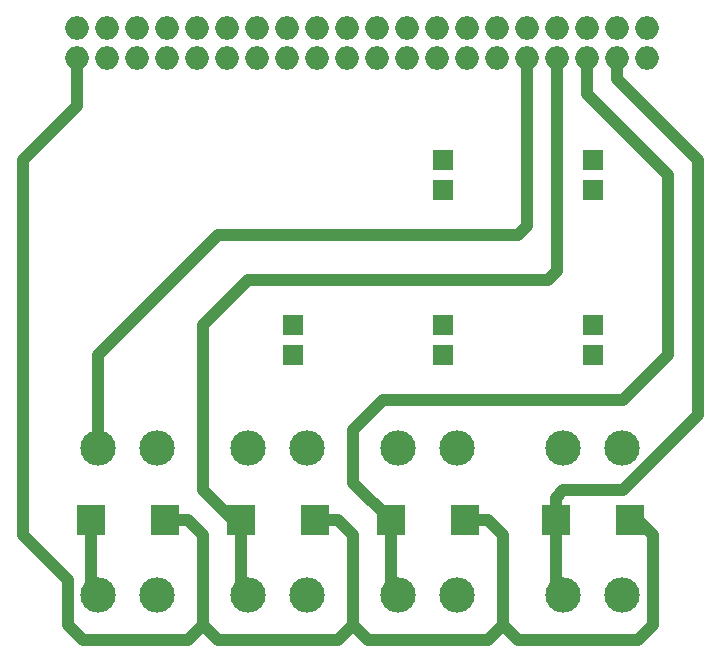
<source format=gbr>
G04 #@! TF.FileFunction,Copper,L2,Bot,Signal*
%FSLAX46Y46*%
G04 Gerber Fmt 4.6, Leading zero omitted, Abs format (unit mm)*
G04 Created by KiCad (PCBNEW 4.0.7) date 01/22/18 00:42:11*
%MOMM*%
%LPD*%
G01*
G04 APERTURE LIST*
%ADD10C,0.100000*%
%ADD11O,2.000000X2.000000*%
%ADD12R,1.800000X1.800000*%
%ADD13R,2.400000X2.500000*%
%ADD14O,3.000000X3.000000*%
%ADD15C,1.000000*%
G04 APERTURE END LIST*
D10*
D11*
X60440000Y-53530000D03*
X60440000Y-50990000D03*
X62980000Y-53530000D03*
X62980000Y-50990000D03*
X65520000Y-53530000D03*
X65520000Y-50990000D03*
X68060000Y-53530000D03*
X68060000Y-50990000D03*
X70600000Y-53530000D03*
X70600000Y-50990000D03*
X73140000Y-53530000D03*
X73140000Y-50990000D03*
X75680000Y-53530000D03*
X75680000Y-50990000D03*
X78220000Y-53530000D03*
X78220000Y-50990000D03*
X80760000Y-53530000D03*
X80760000Y-50990000D03*
X83300000Y-53530000D03*
X83300000Y-50990000D03*
X85840000Y-53530000D03*
X85840000Y-50990000D03*
X88380000Y-53530000D03*
X88380000Y-50990000D03*
X90920000Y-53530000D03*
X90920000Y-50990000D03*
X93460000Y-53530000D03*
X93460000Y-50990000D03*
X96000000Y-53530000D03*
X96000000Y-50990000D03*
X98540000Y-53530000D03*
X98540000Y-50990000D03*
X101080000Y-53530000D03*
X101080000Y-50990000D03*
X103620000Y-53530000D03*
X103620000Y-50990000D03*
X106160000Y-53530000D03*
X106160000Y-50990000D03*
X108700000Y-53530000D03*
X108700000Y-50990000D03*
D12*
X104140000Y-64770000D03*
X104140000Y-62230000D03*
X91440000Y-64770000D03*
X91440000Y-62230000D03*
X104140000Y-78740000D03*
X104140000Y-76200000D03*
X91440000Y-78740000D03*
X91440000Y-76200000D03*
X78740000Y-78740000D03*
X78740000Y-76200000D03*
D13*
X100990000Y-92710000D03*
X107290000Y-92710000D03*
X87020000Y-92710000D03*
X93320000Y-92710000D03*
X74320000Y-92710000D03*
X80620000Y-92710000D03*
X61620000Y-92710000D03*
X67920000Y-92710000D03*
D14*
X101600000Y-86560000D03*
X106600000Y-86560000D03*
X101600000Y-99060000D03*
X106600000Y-99060000D03*
X87630000Y-86560000D03*
X92630000Y-86560000D03*
X87630000Y-99060000D03*
X92630000Y-99060000D03*
X74930000Y-86560000D03*
X79930000Y-86560000D03*
X74930000Y-99060000D03*
X79930000Y-99060000D03*
X62230000Y-86560000D03*
X67230000Y-86560000D03*
X62230000Y-99060000D03*
X67230000Y-99060000D03*
D15*
X71120000Y-101600000D02*
X69850000Y-102870000D01*
X60440000Y-57670000D02*
X60440000Y-53530000D01*
X55880000Y-62230000D02*
X60440000Y-57670000D01*
X55880000Y-93980000D02*
X55880000Y-62230000D01*
X57150000Y-95250000D02*
X55880000Y-93980000D01*
X59690000Y-97790000D02*
X57150000Y-95250000D01*
X59690000Y-101600000D02*
X59690000Y-97790000D01*
X60960000Y-102870000D02*
X59690000Y-101600000D01*
X69850000Y-102870000D02*
X60960000Y-102870000D01*
X107290000Y-92710000D02*
X107950000Y-92710000D01*
X107950000Y-92710000D02*
X109220000Y-93980000D01*
X109220000Y-93980000D02*
X109220000Y-101600000D01*
X109220000Y-101600000D02*
X107950000Y-102870000D01*
X107950000Y-102870000D02*
X106680000Y-102870000D01*
X96520000Y-101600000D02*
X97790000Y-102870000D01*
X97790000Y-102870000D02*
X106680000Y-102870000D01*
X95250000Y-102870000D02*
X85090000Y-102870000D01*
X95250000Y-92710000D02*
X96520000Y-93980000D01*
X96520000Y-93980000D02*
X96520000Y-101600000D01*
X96520000Y-101600000D02*
X95250000Y-102870000D01*
X93320000Y-92710000D02*
X95250000Y-92710000D01*
X85090000Y-102870000D02*
X83820000Y-101600000D01*
X80620000Y-92710000D02*
X82550000Y-92710000D01*
X69850000Y-92710000D02*
X71120000Y-93980000D01*
X71120000Y-93980000D02*
X71120000Y-101600000D01*
X71120000Y-101600000D02*
X72390000Y-102870000D01*
X72390000Y-102870000D02*
X81280000Y-102870000D01*
X69850000Y-92710000D02*
X67920000Y-92710000D01*
X82550000Y-102870000D02*
X81280000Y-102870000D01*
X83820000Y-101600000D02*
X82550000Y-102870000D01*
X83820000Y-93980000D02*
X83820000Y-101600000D01*
X82550000Y-92710000D02*
X83820000Y-93980000D01*
X100990000Y-92710000D02*
X100990000Y-98450000D01*
X100990000Y-98450000D02*
X101600000Y-99060000D01*
X113030000Y-78740000D02*
X113030000Y-83820000D01*
X106160000Y-55360000D02*
X113030000Y-62230000D01*
X113030000Y-62230000D02*
X113030000Y-78740000D01*
X106160000Y-53530000D02*
X106160000Y-55360000D01*
X100990000Y-90780000D02*
X100990000Y-92710000D01*
X101600000Y-90170000D02*
X100990000Y-90780000D01*
X106680000Y-90170000D02*
X101600000Y-90170000D01*
X113030000Y-83820000D02*
X106680000Y-90170000D01*
X100990000Y-92710000D02*
X100330000Y-92710000D01*
X62230000Y-86560000D02*
X62230000Y-78740000D01*
X98540000Y-67830000D02*
X98540000Y-53530000D01*
X97790000Y-68580000D02*
X98540000Y-67830000D01*
X72390000Y-68580000D02*
X97790000Y-68580000D01*
X62230000Y-78740000D02*
X72390000Y-68580000D01*
X61620000Y-96520000D02*
X61620000Y-98450000D01*
X61620000Y-98450000D02*
X62230000Y-99060000D01*
X61620000Y-92710000D02*
X60960000Y-92710000D01*
X61620000Y-92710000D02*
X61620000Y-96520000D01*
X61620000Y-98450000D02*
X62230000Y-99060000D01*
X74320000Y-92710000D02*
X73660000Y-92710000D01*
X73660000Y-92710000D02*
X71120000Y-90170000D01*
X101080000Y-71640000D02*
X101080000Y-53530000D01*
X100330000Y-72390000D02*
X101080000Y-71640000D01*
X74930000Y-72390000D02*
X100330000Y-72390000D01*
X71120000Y-76200000D02*
X74930000Y-72390000D01*
X71120000Y-90170000D02*
X71120000Y-76200000D01*
X74320000Y-92710000D02*
X74320000Y-98450000D01*
X74320000Y-98450000D02*
X74930000Y-99060000D01*
X103620000Y-53530000D02*
X103620000Y-56630000D01*
X83820000Y-89510000D02*
X87020000Y-92710000D01*
X83820000Y-85090000D02*
X83820000Y-89510000D01*
X86360000Y-82550000D02*
X83820000Y-85090000D01*
X106680000Y-82550000D02*
X86360000Y-82550000D01*
X110490000Y-78740000D02*
X106680000Y-82550000D01*
X110490000Y-63500000D02*
X110490000Y-78740000D01*
X103620000Y-56630000D02*
X110490000Y-63500000D01*
X87020000Y-92710000D02*
X86360000Y-92710000D01*
X87020000Y-92710000D02*
X87020000Y-98450000D01*
X87020000Y-98450000D02*
X87630000Y-99060000D01*
X87020000Y-98450000D02*
X87630000Y-99060000D01*
M02*

</source>
